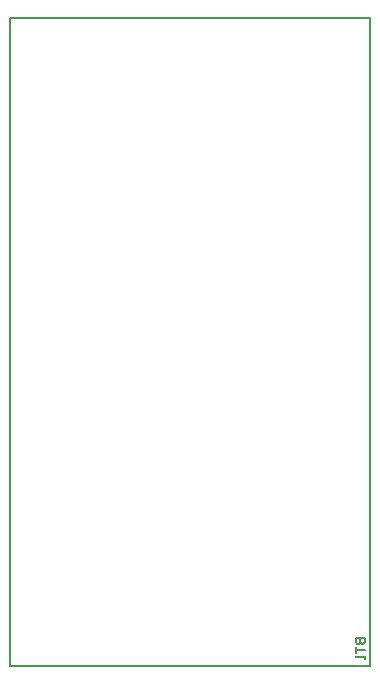
<source format=gbo>
G04*
G04 #@! TF.GenerationSoftware,Altium Limited,Altium Designer,24.1.2 (44)*
G04*
G04 Layer_Color=32896*
%FSLAX25Y25*%
%MOIN*%
G70*
G04*
G04 #@! TF.SameCoordinates,3E25AAAC-FE6F-4FE5-8934-E69CDF353235*
G04*
G04*
G04 #@! TF.FilePolarity,Positive*
G04*
G01*
G75*
%ADD11C,0.00787*%
%ADD14C,0.00600*%
D11*
X72320Y219172D02*
X192280D01*
Y3228D02*
Y219172D01*
X72320Y3228D02*
X192280D01*
X72320D02*
Y219172D01*
D14*
X187501Y12499D02*
X190499D01*
Y10999D01*
X190000Y10499D01*
X189500D01*
X189000Y10999D01*
Y12499D01*
Y10999D01*
X188500Y10499D01*
X188000D01*
X187501Y10999D01*
Y12499D01*
Y9500D02*
Y7501D01*
Y8500D01*
X190499D01*
Y6501D02*
Y5501D01*
Y6001D01*
X187501D01*
X188000Y6501D01*
M02*

</source>
